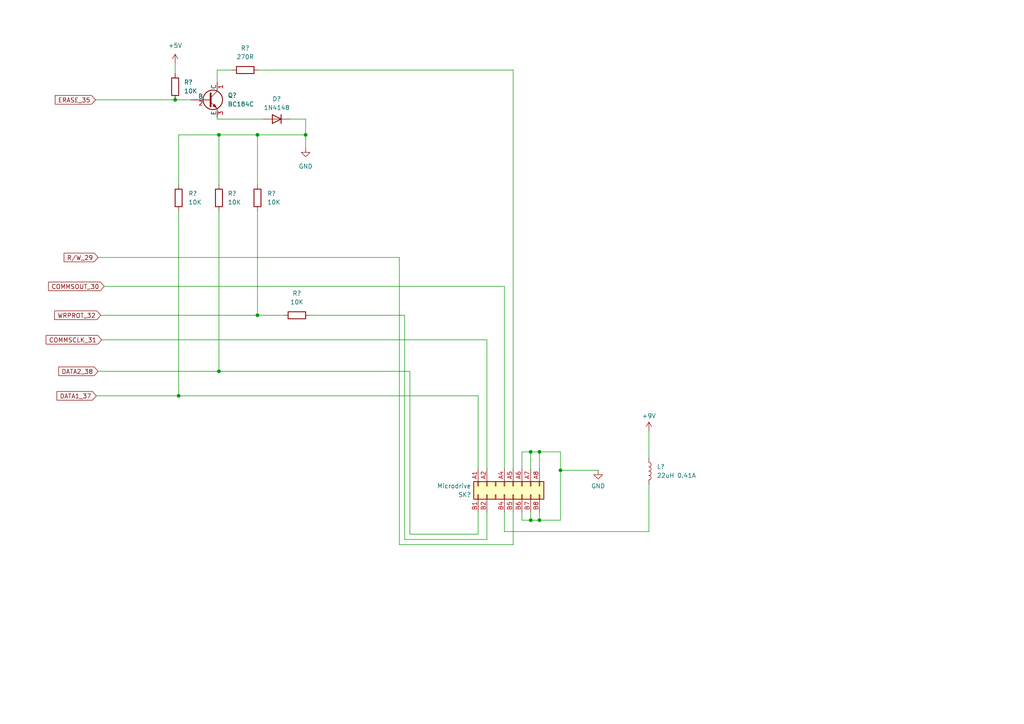
<source format=kicad_sch>
(kicad_sch (version 20230121) (generator eeschema)

  (uuid 58e84b66-6e27-462c-8f52-8f1c5fac34f6)

  (paper "A4")

  (title_block
    (title "ZX Interface 1 Schematic")
    (date "2023-10-30")
    (rev "1.0")
  )

  (lib_symbols
    (symbol "Device:L" (pin_numbers hide) (pin_names (offset 1.016) hide) (in_bom yes) (on_board yes)
      (property "Reference" "L" (at -1.27 0 90)
        (effects (font (size 1.27 1.27)))
      )
      (property "Value" "L" (at 1.905 0 90)
        (effects (font (size 1.27 1.27)))
      )
      (property "Footprint" "" (at 0 0 0)
        (effects (font (size 1.27 1.27)) hide)
      )
      (property "Datasheet" "~" (at 0 0 0)
        (effects (font (size 1.27 1.27)) hide)
      )
      (property "ki_keywords" "inductor choke coil reactor magnetic" (at 0 0 0)
        (effects (font (size 1.27 1.27)) hide)
      )
      (property "ki_description" "Inductor" (at 0 0 0)
        (effects (font (size 1.27 1.27)) hide)
      )
      (property "ki_fp_filters" "Choke_* *Coil* Inductor_* L_*" (at 0 0 0)
        (effects (font (size 1.27 1.27)) hide)
      )
      (symbol "L_0_1"
        (arc (start 0 -2.54) (mid 0.6323 -1.905) (end 0 -1.27)
          (stroke (width 0) (type default))
          (fill (type none))
        )
        (arc (start 0 -1.27) (mid 0.6323 -0.635) (end 0 0)
          (stroke (width 0) (type default))
          (fill (type none))
        )
        (arc (start 0 0) (mid 0.6323 0.635) (end 0 1.27)
          (stroke (width 0) (type default))
          (fill (type none))
        )
        (arc (start 0 1.27) (mid 0.6323 1.905) (end 0 2.54)
          (stroke (width 0) (type default))
          (fill (type none))
        )
      )
      (symbol "L_1_1"
        (pin passive line (at 0 3.81 270) (length 1.27)
          (name "1" (effects (font (size 1.27 1.27))))
          (number "1" (effects (font (size 1.27 1.27))))
        )
        (pin passive line (at 0 -3.81 90) (length 1.27)
          (name "2" (effects (font (size 1.27 1.27))))
          (number "2" (effects (font (size 1.27 1.27))))
        )
      )
    )
    (symbol "Device:Q_NPN_CBE" (pin_names (offset 0)) (in_bom yes) (on_board yes)
      (property "Reference" "Q" (at 5.08 1.27 0)
        (effects (font (size 1.27 1.27)) (justify left))
      )
      (property "Value" "Q_NPN_CBE" (at 5.08 -1.27 0)
        (effects (font (size 1.27 1.27)) (justify left))
      )
      (property "Footprint" "" (at 5.08 2.54 0)
        (effects (font (size 1.27 1.27)) hide)
      )
      (property "Datasheet" "~" (at 0 0 0)
        (effects (font (size 1.27 1.27)) hide)
      )
      (property "ki_keywords" "transistor NPN" (at 0 0 0)
        (effects (font (size 1.27 1.27)) hide)
      )
      (property "ki_description" "NPN transistor, collector/base/emitter" (at 0 0 0)
        (effects (font (size 1.27 1.27)) hide)
      )
      (symbol "Q_NPN_CBE_0_1"
        (polyline
          (pts
            (xy 0.635 0.635)
            (xy 2.54 2.54)
          )
          (stroke (width 0) (type default))
          (fill (type none))
        )
        (polyline
          (pts
            (xy 0.635 -0.635)
            (xy 2.54 -2.54)
            (xy 2.54 -2.54)
          )
          (stroke (width 0) (type default))
          (fill (type none))
        )
        (polyline
          (pts
            (xy 0.635 1.905)
            (xy 0.635 -1.905)
            (xy 0.635 -1.905)
          )
          (stroke (width 0.508) (type default))
          (fill (type none))
        )
        (polyline
          (pts
            (xy 1.27 -1.778)
            (xy 1.778 -1.27)
            (xy 2.286 -2.286)
            (xy 1.27 -1.778)
            (xy 1.27 -1.778)
          )
          (stroke (width 0) (type default))
          (fill (type outline))
        )
        (circle (center 1.27 0) (radius 2.8194)
          (stroke (width 0.254) (type default))
          (fill (type none))
        )
      )
      (symbol "Q_NPN_CBE_1_1"
        (pin passive line (at 2.54 5.08 270) (length 2.54)
          (name "C" (effects (font (size 1.27 1.27))))
          (number "1" (effects (font (size 1.27 1.27))))
        )
        (pin input line (at -5.08 0 0) (length 5.715)
          (name "B" (effects (font (size 1.27 1.27))))
          (number "2" (effects (font (size 1.27 1.27))))
        )
        (pin passive line (at 2.54 -5.08 90) (length 2.54)
          (name "E" (effects (font (size 1.27 1.27))))
          (number "3" (effects (font (size 1.27 1.27))))
        )
      )
    )
    (symbol "Device:R" (pin_numbers hide) (pin_names (offset 0)) (in_bom yes) (on_board yes)
      (property "Reference" "R" (at 2.032 0 90)
        (effects (font (size 1.27 1.27)))
      )
      (property "Value" "R" (at 0 0 90)
        (effects (font (size 1.27 1.27)))
      )
      (property "Footprint" "" (at -1.778 0 90)
        (effects (font (size 1.27 1.27)) hide)
      )
      (property "Datasheet" "~" (at 0 0 0)
        (effects (font (size 1.27 1.27)) hide)
      )
      (property "ki_keywords" "R res resistor" (at 0 0 0)
        (effects (font (size 1.27 1.27)) hide)
      )
      (property "ki_description" "Resistor" (at 0 0 0)
        (effects (font (size 1.27 1.27)) hide)
      )
      (property "ki_fp_filters" "R_*" (at 0 0 0)
        (effects (font (size 1.27 1.27)) hide)
      )
      (symbol "R_0_1"
        (rectangle (start -1.016 -2.54) (end 1.016 2.54)
          (stroke (width 0.254) (type default))
          (fill (type none))
        )
      )
      (symbol "R_1_1"
        (pin passive line (at 0 3.81 270) (length 1.27)
          (name "~" (effects (font (size 1.27 1.27))))
          (number "1" (effects (font (size 1.27 1.27))))
        )
        (pin passive line (at 0 -3.81 90) (length 1.27)
          (name "~" (effects (font (size 1.27 1.27))))
          (number "2" (effects (font (size 1.27 1.27))))
        )
      )
    )
    (symbol "Diode:1N4148" (pin_numbers hide) (pin_names hide) (in_bom yes) (on_board yes)
      (property "Reference" "D" (at 0 2.54 0)
        (effects (font (size 1.27 1.27)))
      )
      (property "Value" "1N4148" (at 0 -2.54 0)
        (effects (font (size 1.27 1.27)))
      )
      (property "Footprint" "Diode_THT:D_DO-35_SOD27_P7.62mm_Horizontal" (at 0 0 0)
        (effects (font (size 1.27 1.27)) hide)
      )
      (property "Datasheet" "https://assets.nexperia.com/documents/data-sheet/1N4148_1N4448.pdf" (at 0 0 0)
        (effects (font (size 1.27 1.27)) hide)
      )
      (property "Sim.Device" "D" (at 0 0 0)
        (effects (font (size 1.27 1.27)) hide)
      )
      (property "Sim.Pins" "1=K 2=A" (at 0 0 0)
        (effects (font (size 1.27 1.27)) hide)
      )
      (property "ki_keywords" "diode" (at 0 0 0)
        (effects (font (size 1.27 1.27)) hide)
      )
      (property "ki_description" "100V 0.15A standard switching diode, DO-35" (at 0 0 0)
        (effects (font (size 1.27 1.27)) hide)
      )
      (property "ki_fp_filters" "D*DO?35*" (at 0 0 0)
        (effects (font (size 1.27 1.27)) hide)
      )
      (symbol "1N4148_0_1"
        (polyline
          (pts
            (xy -1.27 1.27)
            (xy -1.27 -1.27)
          )
          (stroke (width 0.254) (type default))
          (fill (type none))
        )
        (polyline
          (pts
            (xy 1.27 0)
            (xy -1.27 0)
          )
          (stroke (width 0) (type default))
          (fill (type none))
        )
        (polyline
          (pts
            (xy 1.27 1.27)
            (xy 1.27 -1.27)
            (xy -1.27 0)
            (xy 1.27 1.27)
          )
          (stroke (width 0.254) (type default))
          (fill (type none))
        )
      )
      (symbol "1N4148_1_1"
        (pin passive line (at -3.81 0 0) (length 2.54)
          (name "K" (effects (font (size 1.27 1.27))))
          (number "1" (effects (font (size 1.27 1.27))))
        )
        (pin passive line (at 3.81 0 180) (length 2.54)
          (name "A" (effects (font (size 1.27 1.27))))
          (number "2" (effects (font (size 1.27 1.27))))
        )
      )
    )
    (symbol "ZX_IF1_MD:ZX_Spectrum_MD_Connector" (pin_names (offset 1.016) hide) (in_bom yes) (on_board yes)
      (property "Reference" "SK" (at 2.54 12.192 90)
        (effects (font (size 1.27 1.27)) (justify left))
      )
      (property "Value" "MD_Connector" (at 0 12.192 90)
        (effects (font (size 1.27 1.27)) (justify left))
      )
      (property "Footprint" "ZX Bits:ZX_MD_Edge_Connector" (at 0 0 0)
        (effects (font (size 1.27 1.27)) hide)
      )
      (property "Datasheet" "~" (at 0 0 0)
        (effects (font (size 1.27 1.27)) hide)
      )
      (property "ki_keywords" "ZX connector" (at 0 0 0)
        (effects (font (size 1.27 1.27)) hide)
      )
      (property "ki_description" "ZX IF1 Microdrive Connector" (at 0 0 0)
        (effects (font (size 1.27 1.27)) hide)
      )
      (property "ki_fp_filters" "ZX" (at 0 0 0)
        (effects (font (size 1.27 1.27)) hide)
      )
      (symbol "ZX_Spectrum_MD_Connector_1_1"
        (rectangle (start -1.27 -7.493) (end 0 -7.747)
          (stroke (width 0.1524) (type default))
          (fill (type none))
        )
        (rectangle (start -1.27 -4.953) (end 0 -5.207)
          (stroke (width 0.1524) (type default))
          (fill (type none))
        )
        (rectangle (start -1.27 -2.413) (end 0 -2.667)
          (stroke (width 0.1524) (type default))
          (fill (type none))
        )
        (rectangle (start -1.27 0.127) (end 0 -0.127)
          (stroke (width 0.1524) (type default))
          (fill (type none))
        )
        (rectangle (start -1.27 2.667) (end 0 2.413)
          (stroke (width 0.1524) (type default))
          (fill (type none))
        )
        (rectangle (start -1.27 5.207) (end 0 4.953)
          (stroke (width 0.1524) (type default))
          (fill (type none))
        )
        (rectangle (start -1.27 7.747) (end 0 7.493)
          (stroke (width 0.1524) (type default))
          (fill (type none))
        )
        (rectangle (start -1.27 10.287) (end 0 10.033)
          (stroke (width 0.1524) (type default))
          (fill (type none))
        )
        (rectangle (start -1.27 11.43) (end 3.81 -8.89)
          (stroke (width 0.254) (type default))
          (fill (type background))
        )
        (rectangle (start 3.81 -7.493) (end 2.54 -7.747)
          (stroke (width 0.1524) (type default))
          (fill (type none))
        )
        (rectangle (start 3.81 -4.953) (end 2.54 -5.207)
          (stroke (width 0.1524) (type default))
          (fill (type none))
        )
        (rectangle (start 3.81 -2.413) (end 2.54 -2.667)
          (stroke (width 0.1524) (type default))
          (fill (type none))
        )
        (rectangle (start 3.81 0.127) (end 2.54 -0.127)
          (stroke (width 0.1524) (type default))
          (fill (type none))
        )
        (rectangle (start 3.81 2.667) (end 2.54 2.413)
          (stroke (width 0.1524) (type default))
          (fill (type none))
        )
        (rectangle (start 3.81 5.207) (end 2.54 4.953)
          (stroke (width 0.1524) (type default))
          (fill (type none))
        )
        (rectangle (start 3.81 7.747) (end 2.54 7.493)
          (stroke (width 0.1524) (type default))
          (fill (type none))
        )
        (rectangle (start 3.81 10.287) (end 2.54 10.033)
          (stroke (width 0.1524) (type default))
          (fill (type none))
        )
        (pin passive line (at -5.08 10.16 0) (length 3.81)
          (name "Pin_A1" (effects (font (size 1.27 1.27))))
          (number "A1" (effects (font (size 1.27 1.27))))
        )
        (pin passive line (at -5.08 7.62 0) (length 3.81)
          (name "Pin_A2" (effects (font (size 1.27 1.27))))
          (number "A2" (effects (font (size 1.27 1.27))))
        )
        (pin passive line (at -5.08 2.54 0) (length 3.81)
          (name "Pin_A4" (effects (font (size 1.27 1.27))))
          (number "A4" (effects (font (size 1.27 1.27))))
        )
        (pin passive line (at -5.08 0 0) (length 3.81)
          (name "Pin_A5" (effects (font (size 1.27 1.27))))
          (number "A5" (effects (font (size 1.27 1.27))))
        )
        (pin passive line (at -5.08 -2.54 0) (length 3.81)
          (name "Pin_A6" (effects (font (size 1.27 1.27))))
          (number "A6" (effects (font (size 1.27 1.27))))
        )
        (pin passive line (at -5.08 -5.08 0) (length 3.81)
          (name "Pin_A7" (effects (font (size 1.27 1.27))))
          (number "A7" (effects (font (size 1.27 1.27))))
        )
        (pin passive line (at -5.08 -7.62 0) (length 3.81)
          (name "Pin_A8" (effects (font (size 1.27 1.27))))
          (number "A8" (effects (font (size 1.27 1.27))))
        )
        (pin passive line (at 7.62 10.16 180) (length 3.81)
          (name "Pin_B1" (effects (font (size 1.27 1.27))))
          (number "B1" (effects (font (size 1.27 1.27))))
        )
        (pin passive line (at 7.62 7.62 180) (length 3.81)
          (name "Pin_B2" (effects (font (size 1.27 1.27))))
          (number "B2" (effects (font (size 1.27 1.27))))
        )
        (pin passive line (at 7.62 2.54 180) (length 3.81)
          (name "Pin_B4" (effects (font (size 1.27 1.27))))
          (number "B4" (effects (font (size 1.27 1.27))))
        )
        (pin passive line (at 7.62 0 180) (length 3.81)
          (name "Pin_B5" (effects (font (size 1.27 1.27))))
          (number "B5" (effects (font (size 1.27 1.27))))
        )
        (pin passive line (at 7.62 -2.54 180) (length 3.81)
          (name "Pin_B6" (effects (font (size 1.27 1.27))))
          (number "B6" (effects (font (size 1.27 1.27))))
        )
        (pin passive line (at 7.62 -5.08 180) (length 3.81)
          (name "Pin_B7" (effects (font (size 1.27 1.27))))
          (number "B7" (effects (font (size 1.27 1.27))))
        )
        (pin passive line (at 7.62 -7.62 180) (length 3.81)
          (name "Pin_B8" (effects (font (size 1.27 1.27))))
          (number "B8" (effects (font (size 1.27 1.27))))
        )
      )
    )
    (symbol "power:+5V" (power) (pin_names (offset 0)) (in_bom yes) (on_board yes)
      (property "Reference" "#PWR" (at 0 -3.81 0)
        (effects (font (size 1.27 1.27)) hide)
      )
      (property "Value" "+5V" (at 0 3.556 0)
        (effects (font (size 1.27 1.27)))
      )
      (property "Footprint" "" (at 0 0 0)
        (effects (font (size 1.27 1.27)) hide)
      )
      (property "Datasheet" "" (at 0 0 0)
        (effects (font (size 1.27 1.27)) hide)
      )
      (property "ki_keywords" "global power" (at 0 0 0)
        (effects (font (size 1.27 1.27)) hide)
      )
      (property "ki_description" "Power symbol creates a global label with name \"+5V\"" (at 0 0 0)
        (effects (font (size 1.27 1.27)) hide)
      )
      (symbol "+5V_0_1"
        (polyline
          (pts
            (xy -0.762 1.27)
            (xy 0 2.54)
          )
          (stroke (width 0) (type default))
          (fill (type none))
        )
        (polyline
          (pts
            (xy 0 0)
            (xy 0 2.54)
          )
          (stroke (width 0) (type default))
          (fill (type none))
        )
        (polyline
          (pts
            (xy 0 2.54)
            (xy 0.762 1.27)
          )
          (stroke (width 0) (type default))
          (fill (type none))
        )
      )
      (symbol "+5V_1_1"
        (pin power_in line (at 0 0 90) (length 0) hide
          (name "+5V" (effects (font (size 1.27 1.27))))
          (number "1" (effects (font (size 1.27 1.27))))
        )
      )
    )
    (symbol "power:+9V" (power) (pin_names (offset 0)) (in_bom yes) (on_board yes)
      (property "Reference" "#PWR" (at 0 -3.81 0)
        (effects (font (size 1.27 1.27)) hide)
      )
      (property "Value" "+9V" (at 0 3.556 0)
        (effects (font (size 1.27 1.27)))
      )
      (property "Footprint" "" (at 0 0 0)
        (effects (font (size 1.27 1.27)) hide)
      )
      (property "Datasheet" "" (at 0 0 0)
        (effects (font (size 1.27 1.27)) hide)
      )
      (property "ki_keywords" "global power" (at 0 0 0)
        (effects (font (size 1.27 1.27)) hide)
      )
      (property "ki_description" "Power symbol creates a global label with name \"+9V\"" (at 0 0 0)
        (effects (font (size 1.27 1.27)) hide)
      )
      (symbol "+9V_0_1"
        (polyline
          (pts
            (xy -0.762 1.27)
            (xy 0 2.54)
          )
          (stroke (width 0) (type default))
          (fill (type none))
        )
        (polyline
          (pts
            (xy 0 0)
            (xy 0 2.54)
          )
          (stroke (width 0) (type default))
          (fill (type none))
        )
        (polyline
          (pts
            (xy 0 2.54)
            (xy 0.762 1.27)
          )
          (stroke (width 0) (type default))
          (fill (type none))
        )
      )
      (symbol "+9V_1_1"
        (pin power_in line (at 0 0 90) (length 0) hide
          (name "+9V" (effects (font (size 1.27 1.27))))
          (number "1" (effects (font (size 1.27 1.27))))
        )
      )
    )
    (symbol "power:GND" (power) (pin_names (offset 0)) (in_bom yes) (on_board yes)
      (property "Reference" "#PWR" (at 0 -6.35 0)
        (effects (font (size 1.27 1.27)) hide)
      )
      (property "Value" "GND" (at 0 -3.81 0)
        (effects (font (size 1.27 1.27)))
      )
      (property "Footprint" "" (at 0 0 0)
        (effects (font (size 1.27 1.27)) hide)
      )
      (property "Datasheet" "" (at 0 0 0)
        (effects (font (size 1.27 1.27)) hide)
      )
      (property "ki_keywords" "global power" (at 0 0 0)
        (effects (font (size 1.27 1.27)) hide)
      )
      (property "ki_description" "Power symbol creates a global label with name \"GND\" , ground" (at 0 0 0)
        (effects (font (size 1.27 1.27)) hide)
      )
      (symbol "GND_0_1"
        (polyline
          (pts
            (xy 0 0)
            (xy 0 -1.27)
            (xy 1.27 -1.27)
            (xy 0 -2.54)
            (xy -1.27 -1.27)
            (xy 0 -1.27)
          )
          (stroke (width 0) (type default))
          (fill (type none))
        )
      )
      (symbol "GND_1_1"
        (pin power_in line (at 0 0 270) (length 0) hide
          (name "GND" (effects (font (size 1.27 1.27))))
          (number "1" (effects (font (size 1.27 1.27))))
        )
      )
    )
  )

  (junction (at 153.924 150.876) (diameter 0) (color 0 0 0 0)
    (uuid 0bcdd993-c660-436a-8740-f1163edb54fb)
  )
  (junction (at 63.5 107.696) (diameter 0) (color 0 0 0 0)
    (uuid 0c95734b-9458-4553-8630-65bf77f871af)
  )
  (junction (at 51.816 114.808) (diameter 0) (color 0 0 0 0)
    (uuid 5dd63671-ffd8-4e54-880d-d5f2dc66f123)
  )
  (junction (at 74.676 39.116) (diameter 0) (color 0 0 0 0)
    (uuid 5e8b7e8b-de86-4ed9-97c7-0de1acbbb700)
  )
  (junction (at 162.56 136.398) (diameter 0) (color 0 0 0 0)
    (uuid 8229f5fa-bb9b-4925-89d3-626aad165f9f)
  )
  (junction (at 156.464 131.064) (diameter 0) (color 0 0 0 0)
    (uuid 9e69ffbf-e098-4e47-8403-818fb4e1b1f9)
  )
  (junction (at 153.924 131.064) (diameter 0) (color 0 0 0 0)
    (uuid a22b7a8a-b650-41e3-a08f-941349a0aa88)
  )
  (junction (at 156.464 150.876) (diameter 0) (color 0 0 0 0)
    (uuid b2c9cdb6-0a4c-4031-b09d-0db47c07b598)
  )
  (junction (at 50.8 28.956) (diameter 0) (color 0 0 0 0)
    (uuid b4826413-ecdd-4b47-b6a6-6e691eb67586)
  )
  (junction (at 74.676 91.44) (diameter 0) (color 0 0 0 0)
    (uuid b5375970-c4c5-4d76-bf5d-8c87f0b05073)
  )
  (junction (at 88.646 39.116) (diameter 0) (color 0 0 0 0)
    (uuid c2a62634-f89a-4cb3-8bd1-e04201dda045)
  )
  (junction (at 63.5 39.116) (diameter 0) (color 0 0 0 0)
    (uuid e46de448-009e-42e5-a618-e02970653b88)
  )

  (wire (pts (xy 162.56 150.876) (xy 156.464 150.876))
    (stroke (width 0) (type default))
    (uuid 04095638-5201-4338-bc95-215a20291f3c)
  )
  (wire (pts (xy 153.924 150.876) (xy 153.924 148.59))
    (stroke (width 0) (type default))
    (uuid 12b11ed8-2d53-41e3-a295-b0a0609efd59)
  )
  (wire (pts (xy 151.384 148.59) (xy 151.384 150.876))
    (stroke (width 0) (type default))
    (uuid 146cb7a8-e5fb-4c81-b36a-bd98b06a385c)
  )
  (wire (pts (xy 55.372 28.956) (xy 50.8 28.956))
    (stroke (width 0) (type default))
    (uuid 1869426b-6013-495c-bb41-b71cc654a784)
  )
  (wire (pts (xy 76.454 34.544) (xy 62.992 34.544))
    (stroke (width 0) (type default))
    (uuid 1d4df14a-9f23-4245-8fd1-d3a263b48d85)
  )
  (wire (pts (xy 141.224 98.552) (xy 141.224 135.89))
    (stroke (width 0) (type default))
    (uuid 23ee72ca-2359-4484-97bb-59125a66a623)
  )
  (wire (pts (xy 146.304 154.178) (xy 188.214 154.178))
    (stroke (width 0) (type default))
    (uuid 2a83b1f1-6384-4616-8c6f-309a0aca6f32)
  )
  (wire (pts (xy 28.448 107.696) (xy 63.5 107.696))
    (stroke (width 0) (type default))
    (uuid 34d25fd2-d3e5-4efa-8c66-ce0af92ee083)
  )
  (wire (pts (xy 62.992 34.544) (xy 62.992 34.036))
    (stroke (width 0) (type default))
    (uuid 35fa7303-8e52-41d9-bbd2-3de70702e5f1)
  )
  (wire (pts (xy 156.464 150.876) (xy 156.464 148.59))
    (stroke (width 0) (type default))
    (uuid 36bde8c0-6325-47ad-9a78-5ab5f31daa9b)
  )
  (wire (pts (xy 63.5 107.696) (xy 118.872 107.696))
    (stroke (width 0) (type default))
    (uuid 3c0b26ff-bd42-418f-8ee5-010ce2220f8c)
  )
  (wire (pts (xy 63.5 39.116) (xy 63.5 53.594))
    (stroke (width 0) (type default))
    (uuid 3f306d8d-f66d-4063-9b00-6a32a2c385be)
  )
  (wire (pts (xy 173.482 136.398) (xy 162.56 136.398))
    (stroke (width 0) (type default))
    (uuid 45f756aa-5b5a-4ef8-8552-120986ba6b20)
  )
  (wire (pts (xy 74.676 91.44) (xy 82.296 91.44))
    (stroke (width 0) (type default))
    (uuid 467c6d19-f00d-4db8-8884-8ac09fbe0d12)
  )
  (wire (pts (xy 138.684 154.94) (xy 118.872 154.94))
    (stroke (width 0) (type default))
    (uuid 4ee91d71-cbe7-431b-90b8-5888dba2a992)
  )
  (wire (pts (xy 153.924 131.064) (xy 153.924 135.89))
    (stroke (width 0) (type default))
    (uuid 4f12714d-f0a8-40dc-a522-e6d69e99e021)
  )
  (wire (pts (xy 162.56 136.398) (xy 162.56 150.876))
    (stroke (width 0) (type default))
    (uuid 50896460-7f90-40a1-bf68-1f78041216dd)
  )
  (wire (pts (xy 151.384 135.89) (xy 151.384 131.064))
    (stroke (width 0) (type default))
    (uuid 53ec2dd9-03c3-4a2c-9b60-28bf9a8a2e93)
  )
  (wire (pts (xy 74.676 39.116) (xy 63.5 39.116))
    (stroke (width 0) (type default))
    (uuid 5733e0a5-b255-449b-9476-a8695f7e8a0a)
  )
  (wire (pts (xy 88.646 39.116) (xy 74.676 39.116))
    (stroke (width 0) (type default))
    (uuid 58b7267d-1ee1-49ab-bc0c-bbb30dd29e1a)
  )
  (wire (pts (xy 88.646 34.544) (xy 88.646 39.116))
    (stroke (width 0) (type default))
    (uuid 5bb6d430-11ab-4d59-bdfd-02b31f516612)
  )
  (wire (pts (xy 162.56 131.064) (xy 162.56 136.398))
    (stroke (width 0) (type default))
    (uuid 5d75918e-3529-4451-8d10-2683c9a6bdb8)
  )
  (wire (pts (xy 153.924 150.876) (xy 156.464 150.876))
    (stroke (width 0) (type default))
    (uuid 623df0cb-ae9a-4383-b66d-d6775e874e16)
  )
  (wire (pts (xy 148.844 157.988) (xy 115.824 157.988))
    (stroke (width 0) (type default))
    (uuid 64d10963-e810-4599-8195-543a672d72ea)
  )
  (wire (pts (xy 138.684 135.89) (xy 138.684 114.808))
    (stroke (width 0) (type default))
    (uuid 67ea7fa3-df13-49c8-af7b-77fc08d47d4b)
  )
  (wire (pts (xy 50.8 28.956) (xy 27.686 28.956))
    (stroke (width 0) (type default))
    (uuid 69869e7a-0f44-47d0-b49a-ebc70bf46cc0)
  )
  (wire (pts (xy 63.5 39.116) (xy 51.816 39.116))
    (stroke (width 0) (type default))
    (uuid 6ac46c8c-52d2-48b8-a755-4a039683f3f8)
  )
  (wire (pts (xy 151.384 131.064) (xy 153.924 131.064))
    (stroke (width 0) (type default))
    (uuid 6cdc4f49-1048-44e6-80e5-f0a31dd98b32)
  )
  (wire (pts (xy 138.684 148.59) (xy 138.684 154.94))
    (stroke (width 0) (type default))
    (uuid 732146d0-ef0d-4435-b76b-f00a5b7e3b1e)
  )
  (wire (pts (xy 84.074 34.544) (xy 88.646 34.544))
    (stroke (width 0) (type default))
    (uuid 772c9dd6-aa09-4592-be82-6f43bb91aa79)
  )
  (wire (pts (xy 63.5 61.214) (xy 63.5 107.696))
    (stroke (width 0) (type default))
    (uuid 78eb7c49-7fad-4011-bf56-478864bb5740)
  )
  (wire (pts (xy 153.924 131.064) (xy 156.464 131.064))
    (stroke (width 0) (type default))
    (uuid 8106f4f8-d37e-49d9-9742-8130e15fabf7)
  )
  (wire (pts (xy 51.816 39.116) (xy 51.816 53.594))
    (stroke (width 0) (type default))
    (uuid 8456b833-6d58-478b-b215-04a9b691a261)
  )
  (wire (pts (xy 67.31 20.32) (xy 62.992 20.32))
    (stroke (width 0) (type default))
    (uuid 8d8a0ad0-fcdb-47a2-ba3d-8db319da0a44)
  )
  (wire (pts (xy 146.304 148.59) (xy 146.304 154.178))
    (stroke (width 0) (type default))
    (uuid 8df6d271-f91d-4a79-a614-d4c18de94f46)
  )
  (wire (pts (xy 148.844 135.89) (xy 148.844 20.32))
    (stroke (width 0) (type default))
    (uuid 90cea2d0-f2c6-40c2-9dec-4cdaadcd121a)
  )
  (wire (pts (xy 148.844 20.32) (xy 74.93 20.32))
    (stroke (width 0) (type default))
    (uuid 9e1b5380-e9a5-41a0-8f10-aac7e4c58140)
  )
  (wire (pts (xy 188.214 154.178) (xy 188.214 140.462))
    (stroke (width 0) (type default))
    (uuid a488e699-3ae2-4105-a1bb-6cf8dac2a4b6)
  )
  (wire (pts (xy 148.844 148.59) (xy 148.844 157.988))
    (stroke (width 0) (type default))
    (uuid b00c5745-c803-4209-8d2b-e98f8414b7e6)
  )
  (wire (pts (xy 29.21 91.44) (xy 74.676 91.44))
    (stroke (width 0) (type default))
    (uuid b1099294-4cb4-4759-8cca-6102830a604d)
  )
  (wire (pts (xy 115.824 74.676) (xy 28.448 74.676))
    (stroke (width 0) (type default))
    (uuid b16b89a7-bd92-4c1e-b9e1-481108e03cd9)
  )
  (wire (pts (xy 88.646 39.116) (xy 88.646 42.926))
    (stroke (width 0) (type default))
    (uuid b2e2c8a3-b6da-4730-ac91-c4fb6d1c00cd)
  )
  (wire (pts (xy 117.348 156.464) (xy 141.224 156.464))
    (stroke (width 0) (type default))
    (uuid b5064b93-8d2a-4681-9c95-6e4ed58f0dc8)
  )
  (wire (pts (xy 51.816 61.214) (xy 51.816 114.808))
    (stroke (width 0) (type default))
    (uuid b7a4b5cd-77da-4645-9ed3-2d33e995b853)
  )
  (wire (pts (xy 156.464 131.064) (xy 162.56 131.064))
    (stroke (width 0) (type default))
    (uuid bdf35248-45fb-41cc-9524-2f026a7044e2)
  )
  (wire (pts (xy 51.816 114.808) (xy 27.94 114.808))
    (stroke (width 0) (type default))
    (uuid c0f5cd91-7942-49ef-9a52-40dbe78c81bf)
  )
  (wire (pts (xy 156.464 131.064) (xy 156.464 135.89))
    (stroke (width 0) (type default))
    (uuid c3788cdc-86d3-4df4-9c39-11563352d71a)
  )
  (wire (pts (xy 146.304 83.058) (xy 146.304 135.89))
    (stroke (width 0) (type default))
    (uuid c954686a-bbba-48b0-8039-cc418b58a6df)
  )
  (wire (pts (xy 151.384 150.876) (xy 153.924 150.876))
    (stroke (width 0) (type default))
    (uuid ca83fd62-55b9-48b4-b8bd-a3a919ff0cde)
  )
  (wire (pts (xy 138.684 114.808) (xy 51.816 114.808))
    (stroke (width 0) (type default))
    (uuid d825cd70-ffa3-4e8e-ae30-fea0fecea6c6)
  )
  (wire (pts (xy 30.226 83.058) (xy 146.304 83.058))
    (stroke (width 0) (type default))
    (uuid db841484-ef8c-4a98-8395-f1c5c6a5ef68)
  )
  (wire (pts (xy 188.214 124.968) (xy 188.214 132.842))
    (stroke (width 0) (type default))
    (uuid e06fbe65-1526-48cd-8d80-190257cc65ce)
  )
  (wire (pts (xy 29.464 98.552) (xy 141.224 98.552))
    (stroke (width 0) (type default))
    (uuid e1650e50-f77a-418f-8e83-4f4e03e82d4e)
  )
  (wire (pts (xy 115.824 157.988) (xy 115.824 74.676))
    (stroke (width 0) (type default))
    (uuid e41e55b9-0051-4216-9415-ed2604bf003f)
  )
  (wire (pts (xy 62.992 20.32) (xy 62.992 23.876))
    (stroke (width 0) (type default))
    (uuid e7a3e2c2-bfc1-4093-a1ee-190bcd602856)
  )
  (wire (pts (xy 89.916 91.44) (xy 117.348 91.44))
    (stroke (width 0) (type default))
    (uuid eadf45ba-7eb9-49df-a4e2-0416937581b8)
  )
  (wire (pts (xy 50.8 18.288) (xy 50.8 21.336))
    (stroke (width 0) (type default))
    (uuid edbe1ac5-17f8-4ac5-b5b9-f82361ccf7a0)
  )
  (wire (pts (xy 117.348 91.44) (xy 117.348 156.464))
    (stroke (width 0) (type default))
    (uuid f504644c-1237-40a8-b022-9ccff979d7e9)
  )
  (wire (pts (xy 74.676 61.214) (xy 74.676 91.44))
    (stroke (width 0) (type default))
    (uuid f6e6684c-0842-4608-a9e4-48dfc5e6a6a8)
  )
  (wire (pts (xy 141.224 156.464) (xy 141.224 148.59))
    (stroke (width 0) (type default))
    (uuid f9165925-51be-46a2-9325-268f179b86af)
  )
  (wire (pts (xy 74.676 39.116) (xy 74.676 53.594))
    (stroke (width 0) (type default))
    (uuid f95a7f89-00bd-4b05-bb6f-f1d2895e54f9)
  )
  (wire (pts (xy 118.872 154.94) (xy 118.872 107.696))
    (stroke (width 0) (type default))
    (uuid fd1e216e-c193-4978-b853-4fbb81867ffd)
  )

  (global_label "R{slash}W_29" (shape input) (at 28.448 74.676 180) (fields_autoplaced)
    (effects (font (size 1.27 1.27)) (justify right))
    (uuid 1f27c387-c86e-442d-a9b9-773ed50d3114)
    (property "Intersheetrefs" "${INTERSHEET_REFS}" (at 18.0243 74.676 0)
      (effects (font (size 1.27 1.27)) (justify right))
    )
  )
  (global_label "COMMSOUT_30" (shape input) (at 30.226 83.058 180) (fields_autoplaced)
    (effects (font (size 1.27 1.27)) (justify right))
    (uuid 51ead1c1-434a-4e6d-93e8-1e68b53e391a)
    (property "Intersheetrefs" "${INTERSHEET_REFS}" (at 13.5128 83.058 0)
      (effects (font (size 1.27 1.27)) (justify right))
    )
  )
  (global_label "ERASE_35" (shape input) (at 27.686 28.956 180) (fields_autoplaced)
    (effects (font (size 1.27 1.27)) (justify right))
    (uuid 88ff4695-b2cc-44b8-8756-71c3dace5217)
    (property "Intersheetrefs" "${INTERSHEET_REFS}" (at 15.4481 28.956 0)
      (effects (font (size 1.27 1.27)) (justify right))
    )
  )
  (global_label "WRPROT_32" (shape input) (at 29.21 91.44 180) (fields_autoplaced)
    (effects (font (size 1.27 1.27)) (justify right))
    (uuid 92dd273e-11a7-4499-82dc-93a45c058439)
    (property "Intersheetrefs" "${INTERSHEET_REFS}" (at 15.2787 91.44 0)
      (effects (font (size 1.27 1.27)) (justify right))
    )
  )
  (global_label "COMMSCLK_31" (shape input) (at 29.464 98.552 180) (fields_autoplaced)
    (effects (font (size 1.27 1.27)) (justify right))
    (uuid a87e1f8e-9dde-4fec-9d83-abedda134ceb)
    (property "Intersheetrefs" "${INTERSHEET_REFS}" (at 12.8113 98.552 0)
      (effects (font (size 1.27 1.27)) (justify right))
    )
  )
  (global_label "DATA2_38" (shape input) (at 28.448 107.696 180) (fields_autoplaced)
    (effects (font (size 1.27 1.27)) (justify right))
    (uuid e87caaa4-ad9f-4cc5-b3f8-9b14390b75d9)
    (property "Intersheetrefs" "${INTERSHEET_REFS}" (at 16.4519 107.696 0)
      (effects (font (size 1.27 1.27)) (justify right))
    )
  )
  (global_label "DATA1_37" (shape input) (at 27.94 114.808 180) (fields_autoplaced)
    (effects (font (size 1.27 1.27)) (justify right))
    (uuid fd239d29-4cc7-4eef-8121-d7b72215fe32)
    (property "Intersheetrefs" "${INTERSHEET_REFS}" (at 15.9439 114.808 0)
      (effects (font (size 1.27 1.27)) (justify right))
    )
  )

  (symbol (lib_id "ZX_IF1_MD:ZX_Spectrum_MD_Connector") (at 148.844 140.97 90) (mirror x) (unit 1)
    (in_bom yes) (on_board yes) (dnp no)
    (uuid 13235739-a9fc-4cde-ab18-765c763469e7)
    (property "Reference" "SK?" (at 136.652 143.51 90)
      (effects (font (size 1.27 1.27)) (justify left))
    )
    (property "Value" "Microdrive" (at 136.652 140.97 90)
      (effects (font (size 1.27 1.27)) (justify left))
    )
    (property "Footprint" "ZX Bits:ZX_MD_Edge_Connector" (at 148.844 140.97 0)
      (effects (font (size 1.27 1.27)) hide)
    )
    (property "Datasheet" "~" (at 148.844 140.97 0)
      (effects (font (size 1.27 1.27)) hide)
    )
    (pin "A1" (uuid dac1c400-19f6-4401-b4c6-d4d58a2ddd8b))
    (pin "A2" (uuid b4c832d8-7d6a-485a-a3cc-b1327c44f8ed))
    (pin "A4" (uuid 50059fd4-29aa-4708-a7a9-89700aaa2bcd))
    (pin "A5" (uuid 67987968-aa97-438e-a7f7-55ee29d26a2e))
    (pin "A6" (uuid 4b53d998-48d2-4d83-8ebb-171c34d46e67))
    (pin "A7" (uuid 5ff3e51e-e7d2-4da4-ae80-aa9b3c569380))
    (pin "A8" (uuid b59d5345-ce21-4ee7-b185-98895688707a))
    (pin "B1" (uuid 36c1e188-81f3-4d2a-ad79-d324e7e44d23))
    (pin "B2" (uuid 0752bba3-30b4-44d4-9cd4-7b087d5dbed1))
    (pin "B4" (uuid a1be0268-b795-4698-b6c5-ec2907cb7895))
    (pin "B5" (uuid 48e9e433-2332-46ad-a840-26571ef7830e))
    (pin "B6" (uuid 25acb64f-612b-43b7-933c-9e1549aec4c2))
    (pin "B7" (uuid 6f1d008a-7bd2-4392-85af-b57d64ee7111))
    (pin "B8" (uuid 16145e02-6e1d-454d-b6e3-7f21d90793f9))
    (instances
      (project "Interface 1 Recreated"
        (path "/75d1cd16-a89a-40a2-b316-dae0403de332"
          (reference "SK?") (unit 1)
        )
        (path "/75d1cd16-a89a-40a2-b316-dae0403de332/4990686e-d8af-43f1-be40-f4343ff37df3"
          (reference "SK4") (unit 1)
        )
      )
    )
  )

  (symbol (lib_id "Device:R") (at 50.8 25.146 0) (unit 1)
    (in_bom yes) (on_board yes) (dnp no) (fields_autoplaced)
    (uuid 2316fdab-4ff0-4abf-9ad2-fda25982f2b8)
    (property "Reference" "R?" (at 53.34 23.876 0)
      (effects (font (size 1.27 1.27)) (justify left))
    )
    (property "Value" "10K" (at 53.34 26.416 0)
      (effects (font (size 1.27 1.27)) (justify left))
    )
    (property "Footprint" "Spectrum:Resistor_0.25W" (at 49.022 25.146 90)
      (effects (font (size 1.27 1.27)) hide)
    )
    (property "Datasheet" "~" (at 50.8 25.146 0)
      (effects (font (size 1.27 1.27)) hide)
    )
    (pin "1" (uuid ddd3afbb-00ee-4c30-aa43-315087220e7c))
    (pin "2" (uuid dbc1f6f3-6e1a-4c58-8b67-ff81615f4d42))
    (instances
      (project "Interface 1 Recreated"
        (path "/75d1cd16-a89a-40a2-b316-dae0403de332"
          (reference "R?") (unit 1)
        )
        (path "/75d1cd16-a89a-40a2-b316-dae0403de332/4990686e-d8af-43f1-be40-f4343ff37df3"
          (reference "R26") (unit 1)
        )
      )
    )
  )

  (symbol (lib_id "power:GND") (at 88.646 42.926 0) (unit 1)
    (in_bom yes) (on_board yes) (dnp no) (fields_autoplaced)
    (uuid 41398d50-262c-46d9-9b6e-9c1adcf1b2a1)
    (property "Reference" "#PWR0123" (at 88.646 49.276 0)
      (effects (font (size 1.27 1.27)) hide)
    )
    (property "Value" "GND" (at 88.646 48.26 0)
      (effects (font (size 1.27 1.27)))
    )
    (property "Footprint" "" (at 88.646 42.926 0)
      (effects (font (size 1.27 1.27)) hide)
    )
    (property "Datasheet" "" (at 88.646 42.926 0)
      (effects (font (size 1.27 1.27)) hide)
    )
    (pin "1" (uuid a1f206b9-d960-4534-83d4-9dc37f378868))
    (instances
      (project "Interface 1 Recreated"
        (path "/75d1cd16-a89a-40a2-b316-dae0403de332/4990686e-d8af-43f1-be40-f4343ff37df3"
          (reference "#PWR0123") (unit 1)
        )
      )
    )
  )

  (symbol (lib_id "Device:L") (at 188.214 136.652 0) (unit 1)
    (in_bom yes) (on_board yes) (dnp no) (fields_autoplaced)
    (uuid 59a8d1a5-c88d-4b28-beb3-e725a801f179)
    (property "Reference" "L?" (at 190.5 135.382 0)
      (effects (font (size 1.27 1.27)) (justify left))
    )
    (property "Value" "22uH 0.41A" (at 190.5 137.922 0)
      (effects (font (size 1.27 1.27)) (justify left))
    )
    (property "Footprint" "Inductor_THT:L_Axial_L12.8mm_D5.8mm_P20.32mm_Horizontal_Fastron_HBCC" (at 188.214 136.652 0)
      (effects (font (size 1.27 1.27)) hide)
    )
    (property "Datasheet" "~" (at 188.214 136.652 0)
      (effects (font (size 1.27 1.27)) hide)
    )
    (pin "1" (uuid 406c1013-bd71-4beb-9d7d-abf990291996))
    (pin "2" (uuid d3b523f7-5eb9-4fcc-8b88-68e5f96a3041))
    (instances
      (project "Interface 1 Recreated"
        (path "/75d1cd16-a89a-40a2-b316-dae0403de332"
          (reference "L?") (unit 1)
        )
        (path "/75d1cd16-a89a-40a2-b316-dae0403de332/4990686e-d8af-43f1-be40-f4343ff37df3"
          (reference "L1") (unit 1)
        )
      )
    )
  )

  (symbol (lib_id "power:GND") (at 173.482 136.398 0) (unit 1)
    (in_bom yes) (on_board yes) (dnp no) (fields_autoplaced)
    (uuid 7152fc6a-c39a-4b61-989e-971964230919)
    (property "Reference" "#PWR0121" (at 173.482 142.748 0)
      (effects (font (size 1.27 1.27)) hide)
    )
    (property "Value" "GND" (at 173.482 140.97 0)
      (effects (font (size 1.27 1.27)))
    )
    (property "Footprint" "" (at 173.482 136.398 0)
      (effects (font (size 1.27 1.27)) hide)
    )
    (property "Datasheet" "" (at 173.482 136.398 0)
      (effects (font (size 1.27 1.27)) hide)
    )
    (pin "1" (uuid 48477283-d587-4e14-b3e7-7eca90011170))
    (instances
      (project "Interface 1 Recreated"
        (path "/75d1cd16-a89a-40a2-b316-dae0403de332/4990686e-d8af-43f1-be40-f4343ff37df3"
          (reference "#PWR0121") (unit 1)
        )
      )
    )
  )

  (symbol (lib_id "Device:R") (at 86.106 91.44 90) (unit 1)
    (in_bom yes) (on_board yes) (dnp no) (fields_autoplaced)
    (uuid 73dcb826-9e2f-4b7d-b288-570b831d237c)
    (property "Reference" "R?" (at 86.106 85.09 90)
      (effects (font (size 1.27 1.27)))
    )
    (property "Value" "10K" (at 86.106 87.63 90)
      (effects (font (size 1.27 1.27)))
    )
    (property "Footprint" "Spectrum:Resistor_0.25W" (at 86.106 93.218 90)
      (effects (font (size 1.27 1.27)) hide)
    )
    (property "Datasheet" "~" (at 86.106 91.44 0)
      (effects (font (size 1.27 1.27)) hide)
    )
    (pin "1" (uuid c8274f81-d1a8-4071-a2e5-988b5231b735))
    (pin "2" (uuid 8d34d4f8-ec12-434a-837c-e44622586ae4))
    (instances
      (project "Interface 1 Recreated"
        (path "/75d1cd16-a89a-40a2-b316-dae0403de332"
          (reference "R?") (unit 1)
        )
        (path "/75d1cd16-a89a-40a2-b316-dae0403de332/4990686e-d8af-43f1-be40-f4343ff37df3"
          (reference "R9") (unit 1)
        )
      )
    )
  )

  (symbol (lib_id "Device:Q_NPN_CBE") (at 60.452 28.956 0) (unit 1)
    (in_bom yes) (on_board yes) (dnp no) (fields_autoplaced)
    (uuid 97d5173d-8450-4b47-b482-b96d662fb052)
    (property "Reference" "Q?" (at 66.04 27.686 0)
      (effects (font (size 1.27 1.27)) (justify left))
    )
    (property "Value" "BC184C" (at 66.04 30.226 0)
      (effects (font (size 1.27 1.27)) (justify left))
    )
    (property "Footprint" "Package_TO_SOT_THT:TO-92L_Inline_Wide" (at 65.532 26.416 0)
      (effects (font (size 1.27 1.27)) hide)
    )
    (property "Datasheet" "~" (at 60.452 28.956 0)
      (effects (font (size 1.27 1.27)) hide)
    )
    (pin "1" (uuid 8f6338a2-3e9d-4eef-bca2-3517c0cf12af))
    (pin "2" (uuid 7dd4936d-e1d9-40c1-8c72-1f2264cb2417))
    (pin "3" (uuid 1501b04a-e6d7-4bf0-a50d-0735182759c0))
    (instances
      (project "Interface 1 Recreated"
        (path "/75d1cd16-a89a-40a2-b316-dae0403de332"
          (reference "Q?") (unit 1)
        )
        (path "/75d1cd16-a89a-40a2-b316-dae0403de332/4990686e-d8af-43f1-be40-f4343ff37df3"
          (reference "Q9") (unit 1)
        )
      )
    )
  )

  (symbol (lib_id "Device:R") (at 74.676 57.404 0) (unit 1)
    (in_bom yes) (on_board yes) (dnp no) (fields_autoplaced)
    (uuid 9a184e27-91a2-467b-956c-b8ac3a351f8c)
    (property "Reference" "R?" (at 77.47 56.134 0)
      (effects (font (size 1.27 1.27)) (justify left))
    )
    (property "Value" "10K" (at 77.47 58.674 0)
      (effects (font (size 1.27 1.27)) (justify left))
    )
    (property "Footprint" "Spectrum:Resistor_0.25W" (at 72.898 57.404 90)
      (effects (font (size 1.27 1.27)) hide)
    )
    (property "Datasheet" "~" (at 74.676 57.404 0)
      (effects (font (size 1.27 1.27)) hide)
    )
    (pin "1" (uuid eb31be39-7abc-4133-afe1-a11cbb2998de))
    (pin "2" (uuid f67962ba-b976-4192-8546-655ba9abd06b))
    (instances
      (project "Interface 1 Recreated"
        (path "/75d1cd16-a89a-40a2-b316-dae0403de332"
          (reference "R?") (unit 1)
        )
        (path "/75d1cd16-a89a-40a2-b316-dae0403de332/4990686e-d8af-43f1-be40-f4343ff37df3"
          (reference "R33") (unit 1)
        )
      )
    )
  )

  (symbol (lib_id "Diode:1N4148") (at 80.264 34.544 0) (mirror y) (unit 1)
    (in_bom yes) (on_board yes) (dnp no)
    (uuid a59e990a-68e1-4384-8640-b89cd436c4b4)
    (property "Reference" "D?" (at 80.264 28.702 0)
      (effects (font (size 1.27 1.27)))
    )
    (property "Value" "1N4148" (at 80.264 31.242 0)
      (effects (font (size 1.27 1.27)))
    )
    (property "Footprint" "Spectrum:Diode 1N" (at 80.264 34.544 0)
      (effects (font (size 1.27 1.27)) hide)
    )
    (property "Datasheet" "https://assets.nexperia.com/documents/data-sheet/1N4148_1N4448.pdf" (at 80.264 34.544 0)
      (effects (font (size 1.27 1.27)) hide)
    )
    (property "Sim.Device" "D" (at 80.264 34.544 0)
      (effects (font (size 1.27 1.27)) hide)
    )
    (property "Sim.Pins" "1=K 2=A" (at 80.264 34.544 0)
      (effects (font (size 1.27 1.27)) hide)
    )
    (pin "1" (uuid ecf0e3c8-3c68-4dcd-bd7b-177c2df8a547))
    (pin "2" (uuid 7f7afea8-6e87-4e78-b2ac-6f5e43c04c2c))
    (instances
      (project "Interface 1 Recreated"
        (path "/75d1cd16-a89a-40a2-b316-dae0403de332"
          (reference "D?") (unit 1)
        )
        (path "/75d1cd16-a89a-40a2-b316-dae0403de332/4990686e-d8af-43f1-be40-f4343ff37df3"
          (reference "D11") (unit 1)
        )
      )
    )
  )

  (symbol (lib_id "power:+9V") (at 188.214 124.968 0) (unit 1)
    (in_bom yes) (on_board yes) (dnp no) (fields_autoplaced)
    (uuid b41ca88c-f88a-448b-a0ad-6f6b83702375)
    (property "Reference" "#PWR0122" (at 188.214 128.778 0)
      (effects (font (size 1.27 1.27)) hide)
    )
    (property "Value" "+9V" (at 188.214 120.65 0)
      (effects (font (size 1.27 1.27)))
    )
    (property "Footprint" "" (at 188.214 124.968 0)
      (effects (font (size 1.27 1.27)) hide)
    )
    (property "Datasheet" "" (at 188.214 124.968 0)
      (effects (font (size 1.27 1.27)) hide)
    )
    (pin "1" (uuid 32e81474-bd62-4363-b10f-a3c2d530630d))
    (instances
      (project "Interface 1 Recreated"
        (path "/75d1cd16-a89a-40a2-b316-dae0403de332/4990686e-d8af-43f1-be40-f4343ff37df3"
          (reference "#PWR0122") (unit 1)
        )
      )
    )
  )

  (symbol (lib_id "Device:R") (at 71.12 20.32 90) (unit 1)
    (in_bom yes) (on_board yes) (dnp no) (fields_autoplaced)
    (uuid b5b44118-7fb7-4e47-a122-0003b5c21a91)
    (property "Reference" "R?" (at 71.12 13.97 90)
      (effects (font (size 1.27 1.27)))
    )
    (property "Value" "270R" (at 71.12 16.51 90)
      (effects (font (size 1.27 1.27)))
    )
    (property "Footprint" "Spectrum:Resistor_0.25W" (at 71.12 22.098 90)
      (effects (font (size 1.27 1.27)) hide)
    )
    (property "Datasheet" "~" (at 71.12 20.32 0)
      (effects (font (size 1.27 1.27)) hide)
    )
    (pin "1" (uuid 62d7aa5d-5d38-42cb-abfd-915304fb22af))
    (pin "2" (uuid 65f046a7-874a-4d82-8a25-f2888a5e8b68))
    (instances
      (project "Interface 1 Recreated"
        (path "/75d1cd16-a89a-40a2-b316-dae0403de332"
          (reference "R?") (unit 1)
        )
        (path "/75d1cd16-a89a-40a2-b316-dae0403de332/4990686e-d8af-43f1-be40-f4343ff37df3"
          (reference "R30") (unit 1)
        )
      )
    )
  )

  (symbol (lib_id "Device:R") (at 63.5 57.404 0) (unit 1)
    (in_bom yes) (on_board yes) (dnp no) (fields_autoplaced)
    (uuid c47d9e6f-a324-4b58-b461-df7ea6907b8d)
    (property "Reference" "R?" (at 66.04 56.134 0)
      (effects (font (size 1.27 1.27)) (justify left))
    )
    (property "Value" "10K" (at 66.04 58.674 0)
      (effects (font (size 1.27 1.27)) (justify left))
    )
    (property "Footprint" "Spectrum:Resistor_0.25W" (at 61.722 57.404 90)
      (effects (font (size 1.27 1.27)) hide)
    )
    (property "Datasheet" "~" (at 63.5 57.404 0)
      (effects (font (size 1.27 1.27)) hide)
    )
    (pin "1" (uuid 1148ca21-3d6b-4b09-a099-545811f57a11))
    (pin "2" (uuid fa95e94d-2281-47c1-aca3-3de2f2311349))
    (instances
      (project "Interface 1 Recreated"
        (path "/75d1cd16-a89a-40a2-b316-dae0403de332"
          (reference "R?") (unit 1)
        )
        (path "/75d1cd16-a89a-40a2-b316-dae0403de332/4990686e-d8af-43f1-be40-f4343ff37df3"
          (reference "R27") (unit 1)
        )
      )
    )
  )

  (symbol (lib_id "Device:R") (at 51.816 57.404 0) (unit 1)
    (in_bom yes) (on_board yes) (dnp no) (fields_autoplaced)
    (uuid c50ed38a-de01-4229-96e8-8d37268a8e63)
    (property "Reference" "R?" (at 54.61 56.134 0)
      (effects (font (size 1.27 1.27)) (justify left))
    )
    (property "Value" "10K" (at 54.61 58.674 0)
      (effects (font (size 1.27 1.27)) (justify left))
    )
    (property "Footprint" "Spectrum:Resistor_0.25W" (at 50.038 57.404 90)
      (effects (font (size 1.27 1.27)) hide)
    )
    (property "Datasheet" "~" (at 51.816 57.404 0)
      (effects (font (size 1.27 1.27)) hide)
    )
    (pin "1" (uuid 860d4109-ae7e-4162-b2cb-d6384338d34c))
    (pin "2" (uuid 0b3bf5fe-407e-45a0-86a6-32e4c44d02d6))
    (instances
      (project "Interface 1 Recreated"
        (path "/75d1cd16-a89a-40a2-b316-dae0403de332"
          (reference "R?") (unit 1)
        )
        (path "/75d1cd16-a89a-40a2-b316-dae0403de332/4990686e-d8af-43f1-be40-f4343ff37df3"
          (reference "R36") (unit 1)
        )
      )
    )
  )

  (symbol (lib_id "power:+5V") (at 50.8 18.288 0) (unit 1)
    (in_bom yes) (on_board yes) (dnp no) (fields_autoplaced)
    (uuid fd01acae-d538-4996-9c76-688b4d61ba8c)
    (property "Reference" "#PWR0124" (at 50.8 22.098 0)
      (effects (font (size 1.27 1.27)) hide)
    )
    (property "Value" "+5V" (at 50.8 13.208 0)
      (effects (font (size 1.27 1.27)))
    )
    (property "Footprint" "" (at 50.8 18.288 0)
      (effects (font (size 1.27 1.27)) hide)
    )
    (property "Datasheet" "" (at 50.8 18.288 0)
      (effects (font (size 1.27 1.27)) hide)
    )
    (pin "1" (uuid d48f1df7-0611-4cb9-aeb9-024b9ebc993a))
    (instances
      (project "Interface 1 Recreated"
        (path "/75d1cd16-a89a-40a2-b316-dae0403de332/4990686e-d8af-43f1-be40-f4343ff37df3"
          (reference "#PWR0124") (unit 1)
        )
      )
    )
  )
)

</source>
